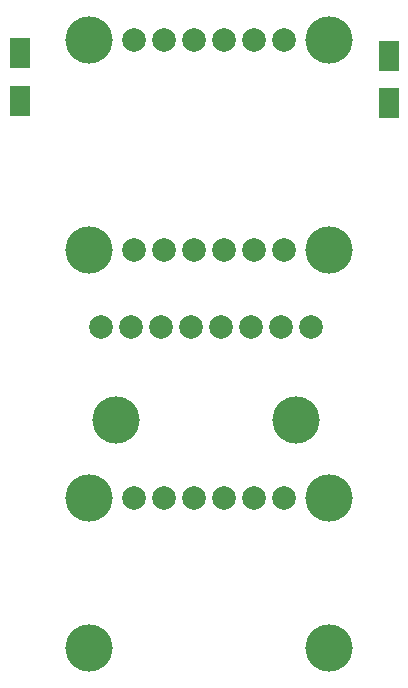
<source format=gbr>
%TF.GenerationSoftware,KiCad,Pcbnew,(5.1.10)-1*%
%TF.CreationDate,2022-06-07T21:34:51-07:00*%
%TF.ProjectId,solar-panel-WithCutout,736f6c61-722d-4706-916e-656c2d576974,1.1*%
%TF.SameCoordinates,Original*%
%TF.FileFunction,Paste,Top*%
%TF.FilePolarity,Positive*%
%FSLAX46Y46*%
G04 Gerber Fmt 4.6, Leading zero omitted, Abs format (unit mm)*
G04 Created by KiCad (PCBNEW (5.1.10)-1) date 2022-06-07 21:34:51*
%MOMM*%
%LPD*%
G01*
G04 APERTURE LIST*
%ADD10R,1.700000X2.500000*%
%ADD11C,4.000000*%
%ADD12C,2.000000*%
G04 APERTURE END LIST*
D10*
%TO.C,D2*%
X156750000Y-89250000D03*
X156750000Y-93250000D03*
%TD*%
%TO.C,D1*%
X125500000Y-89000000D03*
X125500000Y-93000000D03*
%TD*%
D11*
%TO.C,U3*%
X148870000Y-120060000D03*
X133630000Y-120060000D03*
D12*
X145060000Y-112186000D03*
X142520000Y-112186000D03*
X150140000Y-112186000D03*
X147600000Y-112186000D03*
X132360000Y-112186000D03*
X134900000Y-112186000D03*
X137440000Y-112186000D03*
X139980000Y-112186000D03*
%TD*%
%TO.C,U2*%
X137690000Y-105640000D03*
X135150000Y-105640000D03*
D11*
X131340000Y-105640000D03*
D12*
X147850000Y-105640000D03*
D11*
X151660000Y-105640000D03*
D12*
X145310000Y-105640000D03*
X142770000Y-105640000D03*
X140230000Y-105640000D03*
D11*
X151660000Y-87860000D03*
D12*
X145310000Y-87860000D03*
X142770000Y-87860000D03*
X147850000Y-87860000D03*
X135150000Y-87860000D03*
X137690000Y-87860000D03*
X140230000Y-87860000D03*
D11*
X131340000Y-87860000D03*
%TD*%
%TO.C,U1*%
X151660000Y-139350000D03*
X131340000Y-139350000D03*
X151660000Y-126650000D03*
D12*
X145310000Y-126650000D03*
X142770000Y-126650000D03*
X147850000Y-126650000D03*
X135150000Y-126650000D03*
X137690000Y-126650000D03*
X140230000Y-126650000D03*
D11*
X131340000Y-126650000D03*
%TD*%
M02*

</source>
